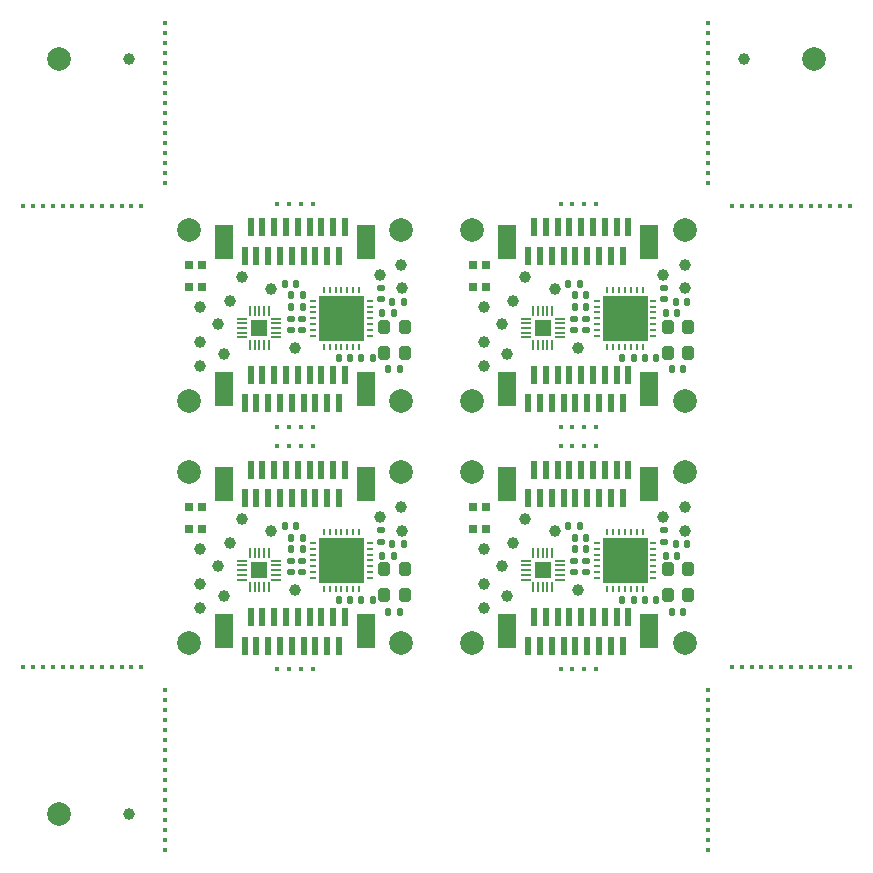
<source format=gbr>
%TF.GenerationSoftware,KiCad,Pcbnew,7.0.2-6a45011f42~172~ubuntu22.04.1*%
%TF.CreationDate,2023-05-08T22:23:16+01:00*%
%TF.ProjectId,panel,70616e65-6c2e-46b6-9963-61645f706362,rev?*%
%TF.SameCoordinates,Original*%
%TF.FileFunction,Soldermask,Top*%
%TF.FilePolarity,Negative*%
%FSLAX46Y46*%
G04 Gerber Fmt 4.6, Leading zero omitted, Abs format (unit mm)*
G04 Created by KiCad (PCBNEW 7.0.2-6a45011f42~172~ubuntu22.04.1) date 2023-05-08 22:23:16*
%MOMM*%
%LPD*%
G01*
G04 APERTURE LIST*
G04 Aperture macros list*
%AMRoundRect*
0 Rectangle with rounded corners*
0 $1 Rounding radius*
0 $2 $3 $4 $5 $6 $7 $8 $9 X,Y pos of 4 corners*
0 Add a 4 corners polygon primitive as box body*
4,1,4,$2,$3,$4,$5,$6,$7,$8,$9,$2,$3,0*
0 Add four circle primitives for the rounded corners*
1,1,$1+$1,$2,$3*
1,1,$1+$1,$4,$5*
1,1,$1+$1,$6,$7*
1,1,$1+$1,$8,$9*
0 Add four rect primitives between the rounded corners*
20,1,$1+$1,$2,$3,$4,$5,0*
20,1,$1+$1,$4,$5,$6,$7,0*
20,1,$1+$1,$6,$7,$8,$9,0*
20,1,$1+$1,$8,$9,$2,$3,0*%
G04 Aperture macros list end*
%ADD10C,0.100000*%
%ADD11C,1.000000*%
%ADD12RoundRect,0.140000X-0.140000X-0.170000X0.140000X-0.170000X0.140000X0.170000X-0.140000X0.170000X0*%
%ADD13C,0.400000*%
%ADD14R,0.500000X1.600000*%
%ADD15R,1.500000X2.900000*%
%ADD16RoundRect,0.140000X0.170000X-0.140000X0.170000X0.140000X-0.170000X0.140000X-0.170000X-0.140000X0*%
%ADD17C,2.000000*%
%ADD18RoundRect,0.140000X0.140000X0.170000X-0.140000X0.170000X-0.140000X-0.170000X0.140000X-0.170000X0*%
%ADD19RoundRect,0.140000X-0.170000X0.140000X-0.170000X-0.140000X0.170000X-0.140000X0.170000X0.140000X0*%
%ADD20R,0.700000X0.700000*%
%ADD21RoundRect,0.050000X0.375000X0.050000X-0.375000X0.050000X-0.375000X-0.050000X0.375000X-0.050000X0*%
%ADD22RoundRect,0.050000X0.050000X0.375000X-0.050000X0.375000X-0.050000X-0.375000X0.050000X-0.375000X0*%
%ADD23R,1.400000X1.400000*%
%ADD24R,0.250000X0.600000*%
%ADD25R,0.600000X0.250000*%
%ADD26RoundRect,0.237500X0.237500X0.362500X-0.237500X0.362500X-0.237500X-0.362500X0.237500X-0.362500X0*%
%ADD27RoundRect,0.237500X-0.237500X0.362500X-0.237500X-0.362500X0.237500X-0.362500X0.237500X0.362500X0*%
G04 APERTURE END LIST*
%TO.C,U1*%
D10*
X28813500Y-26862900D02*
X25086500Y-26862900D01*
X25086500Y-23136500D01*
X28813500Y-23136500D01*
X28813500Y-26862900D01*
G36*
X28813500Y-26862900D02*
G01*
X25086500Y-26862900D01*
X25086500Y-23136500D01*
X28813500Y-23136500D01*
X28813500Y-26862900D01*
G37*
X52813501Y-47362901D02*
X49086501Y-47362901D01*
X49086501Y-43636501D01*
X52813501Y-43636501D01*
X52813501Y-47362901D01*
G36*
X52813501Y-47362901D02*
G01*
X49086501Y-47362901D01*
X49086501Y-43636501D01*
X52813501Y-43636501D01*
X52813501Y-47362901D01*
G37*
X28813500Y-47362901D02*
X25086500Y-47362901D01*
X25086500Y-43636501D01*
X28813500Y-43636501D01*
X28813500Y-47362901D01*
G36*
X28813500Y-47362901D02*
G01*
X25086500Y-47362901D01*
X25086500Y-43636501D01*
X28813500Y-43636501D01*
X28813500Y-47362901D01*
G37*
X52813501Y-26862900D02*
X49086501Y-26862900D01*
X49086501Y-23136500D01*
X52813501Y-23136500D01*
X52813501Y-26862900D01*
G36*
X52813501Y-26862900D02*
G01*
X49086501Y-26862900D01*
X49086501Y-23136500D01*
X52813501Y-23136500D01*
X52813501Y-26862900D01*
G37*
%TD*%
D11*
%TO.C,TP9*%
X40500002Y-46000000D03*
%TD*%
D12*
%TO.C,R1*%
X22150000Y-22070000D03*
X23110000Y-22070000D03*
%TD*%
D13*
%TO.C,REF\u002A\u002A*%
X60000001Y-54500001D03*
%TD*%
%TO.C,REF\u002A\u002A*%
X6666666Y-54500001D03*
%TD*%
D14*
%TO.C,J2*%
X51250001Y-17300000D03*
X50750001Y-19700000D03*
X50250001Y-17300000D03*
X49750001Y-19700000D03*
X49250001Y-17300000D03*
X48750001Y-19700000D03*
X48250001Y-17300000D03*
X47750001Y-19700000D03*
X47250001Y-17300000D03*
X46750001Y-19700000D03*
X46250001Y-17300000D03*
X45750001Y-19700000D03*
X45250001Y-17300000D03*
X44750001Y-19700000D03*
X44250001Y-17300000D03*
X43750001Y-19700000D03*
X43250001Y-17300000D03*
X42750001Y-19700000D03*
D15*
X53000001Y-18500000D03*
X41000001Y-18500000D03*
%TD*%
D13*
%TO.C,REF\u002A\u002A*%
X58000001Y-67468750D03*
%TD*%
%TO.C,REF\u002A\u002A*%
X45500000Y-15300000D03*
%TD*%
%TO.C,REF\u002A\u002A*%
X22500000Y-35800000D03*
%TD*%
%TO.C,REF\u002A\u002A*%
X65833333Y-15499999D03*
%TD*%
D14*
%TO.C,J1*%
X18750000Y-52700001D03*
X19250000Y-50300001D03*
X19750000Y-52700001D03*
X20250000Y-50300001D03*
X20750000Y-52700001D03*
X21250000Y-50300001D03*
X21750000Y-52700001D03*
X22250000Y-50300001D03*
X22750000Y-52700001D03*
X23250000Y-50300001D03*
X23750000Y-52700001D03*
X24250000Y-50300001D03*
X24750000Y-52700001D03*
X25250000Y-50300001D03*
X25750000Y-52700001D03*
X26250000Y-50300001D03*
X26750000Y-52700001D03*
X27250000Y-50300001D03*
D15*
X17000000Y-51500001D03*
X29000000Y-51500001D03*
%TD*%
D13*
%TO.C,REF\u002A\u002A*%
X11999999Y-60718750D03*
%TD*%
%TO.C,REF\u002A\u002A*%
X8333333Y-54500001D03*
%TD*%
D14*
%TO.C,J2*%
X27250000Y-37800001D03*
X26750000Y-40200001D03*
X26250000Y-37800001D03*
X25750000Y-40200001D03*
X25250000Y-37800001D03*
X24750000Y-40200001D03*
X24250000Y-37800001D03*
X23750000Y-40200001D03*
X23250000Y-37800001D03*
X22750000Y-40200001D03*
X22250000Y-37800001D03*
X21750000Y-40200001D03*
X21250000Y-37800001D03*
X20750000Y-40200001D03*
X20250000Y-37800001D03*
X19750000Y-40200001D03*
X19250000Y-37800001D03*
X18750000Y-40200001D03*
D15*
X29000000Y-39000001D03*
X17000000Y-39000001D03*
%TD*%
D12*
%TO.C,C4*%
X46700001Y-43560001D03*
X47660001Y-43560001D03*
%TD*%
D11*
%TO.C,TP10*%
X39000001Y-29000000D03*
%TD*%
D12*
%TO.C,C6*%
X31250000Y-44100001D03*
X32210000Y-44100001D03*
%TD*%
D11*
%TO.C,TP4*%
X42500001Y-21500000D03*
%TD*%
D13*
%TO.C,REF\u002A\u002A*%
X58000001Y-10125000D03*
%TD*%
D11*
%TO.C,TP5*%
X44990001Y-42980001D03*
%TD*%
D13*
%TO.C,REF\u002A\u002A*%
X3333333Y-15499999D03*
%TD*%
%TO.C,REF\u002A\u002A*%
X7500000Y-54500001D03*
%TD*%
%TO.C,REF\u002A\u002A*%
X58000001Y-4218750D03*
%TD*%
%TO.C,REF\u002A\u002A*%
X58000001Y-7593750D03*
%TD*%
%TO.C,REF\u002A\u002A*%
X69166666Y-54500001D03*
%TD*%
%TO.C,REF\u002A\u002A*%
X11999999Y-1687500D03*
%TD*%
%TO.C,REF\u002A\u002A*%
X11999999Y-13499999D03*
%TD*%
%TO.C,REF\u002A\u002A*%
X58000001Y-12656250D03*
%TD*%
D16*
%TO.C,C7*%
X46650001Y-26000000D03*
X46650001Y-25040000D03*
%TD*%
D13*
%TO.C,REF\u002A\u002A*%
X11999999Y-9281250D03*
%TD*%
D17*
%TO.C,I2*%
X56000001Y-32000000D03*
%TD*%
D13*
%TO.C,REF\u002A\u002A*%
X63333334Y-15499999D03*
%TD*%
%TO.C,REF\u002A\u002A*%
X58000001Y-64937500D03*
%TD*%
D16*
%TO.C,C7*%
X22650000Y-46500001D03*
X22650000Y-45540001D03*
%TD*%
D11*
%TO.C,TP10*%
X15000000Y-49500001D03*
%TD*%
D13*
%TO.C,REF\u002A\u002A*%
X58000001Y-59875000D03*
%TD*%
%TO.C,REF\u002A\u002A*%
X11999999Y-59875000D03*
%TD*%
D11*
%TO.C,TP12*%
X17500000Y-23500000D03*
%TD*%
D13*
%TO.C,REF\u002A\u002A*%
X58000001Y-65781250D03*
%TD*%
D18*
%TO.C,R4*%
X27680000Y-28320000D03*
X26720000Y-28320000D03*
%TD*%
D13*
%TO.C,REF\u002A\u002A*%
X68333333Y-15499999D03*
%TD*%
%TO.C,REF\u002A\u002A*%
X58000001Y-2531250D03*
%TD*%
%TO.C,REF\u002A\u002A*%
X58000001Y-10968750D03*
%TD*%
D12*
%TO.C,C2*%
X30910000Y-49830001D03*
X31870000Y-49830001D03*
%TD*%
D13*
%TO.C,REF\u002A\u002A*%
X61666667Y-15499999D03*
%TD*%
D18*
%TO.C,C8*%
X53590001Y-48820001D03*
X52630001Y-48820001D03*
%TD*%
D13*
%TO.C,REF\u002A\u002A*%
X11999999Y-5906250D03*
%TD*%
D11*
%TO.C,TP1*%
X23000000Y-27500000D03*
%TD*%
D19*
%TO.C,C3*%
X47630001Y-25050000D03*
X47630001Y-26010000D03*
%TD*%
D13*
%TO.C,REF\u002A\u002A*%
X5833333Y-15499999D03*
%TD*%
%TO.C,REF\u002A\u002A*%
X58000001Y-58187500D03*
%TD*%
%TO.C,REF\u002A\u002A*%
X64166667Y-54500001D03*
%TD*%
%TO.C,REF\u002A\u002A*%
X11999999Y-59031250D03*
%TD*%
%TO.C,REF\u002A\u002A*%
X58000001Y-64093750D03*
%TD*%
D18*
%TO.C,R4*%
X51680001Y-28320000D03*
X50720001Y-28320000D03*
%TD*%
D13*
%TO.C,REF\u002A\u002A*%
X46500000Y-54700001D03*
%TD*%
D11*
%TO.C,TP10*%
X15000000Y-29000000D03*
%TD*%
D13*
%TO.C,REF\u002A\u002A*%
X11999999Y-843750D03*
%TD*%
D12*
%TO.C,C4*%
X22700000Y-43560001D03*
X23660000Y-43560001D03*
%TD*%
D11*
%TO.C,TP12*%
X41500001Y-44000001D03*
%TD*%
D13*
%TO.C,REF\u002A\u002A*%
X58000001Y-5062500D03*
%TD*%
%TO.C,REF\u002A\u002A*%
X0Y-54500001D03*
%TD*%
D16*
%TO.C,C7*%
X46650001Y-46500001D03*
X46650001Y-45540001D03*
%TD*%
D13*
%TO.C,REF\u002A\u002A*%
X70000000Y-15499999D03*
%TD*%
D11*
%TO.C,TP9*%
X16500001Y-25499999D03*
%TD*%
D13*
%TO.C,REF\u002A\u002A*%
X58000001Y-70000000D03*
%TD*%
%TO.C,REF\u002A\u002A*%
X47500000Y-15300000D03*
%TD*%
D11*
%TO.C,TP6*%
X54200001Y-41790001D03*
%TD*%
D13*
%TO.C,REF\u002A\u002A*%
X65000000Y-54500001D03*
%TD*%
D11*
%TO.C,TP6*%
X30200000Y-21290000D03*
%TD*%
D19*
%TO.C,C3*%
X23630000Y-25050000D03*
X23630000Y-26010000D03*
%TD*%
D13*
%TO.C,REF\u002A\u002A*%
X62500000Y-54500001D03*
%TD*%
%TO.C,REF\u002A\u002A*%
X21500000Y-35800000D03*
%TD*%
D12*
%TO.C,C6*%
X55250001Y-44100001D03*
X56210001Y-44100001D03*
%TD*%
D13*
%TO.C,REF\u002A\u002A*%
X67500000Y-15499999D03*
%TD*%
%TO.C,REF\u002A\u002A*%
X58000001Y-8437500D03*
%TD*%
%TO.C,REF\u002A\u002A*%
X11999999Y-2531250D03*
%TD*%
%TO.C,REF\u002A\u002A*%
X24499999Y-35800000D03*
%TD*%
D17*
%TO.C,I1*%
X38000001Y-52500001D03*
%TD*%
D11*
%TO.C,TP1*%
X23000000Y-48000001D03*
%TD*%
D13*
%TO.C,REF\u002A\u002A*%
X70000000Y-54500001D03*
%TD*%
D11*
%TO.C,REF\u002A\u002A*%
X61000000Y-3000000D03*
%TD*%
%TO.C,TP2*%
X41000001Y-48500001D03*
%TD*%
D13*
%TO.C,REF\u002A\u002A*%
X47500000Y-35800000D03*
%TD*%
D12*
%TO.C,C2*%
X54910001Y-29330000D03*
X55870001Y-29330000D03*
%TD*%
D13*
%TO.C,REF\u002A\u002A*%
X66666667Y-15499999D03*
%TD*%
%TO.C,REF\u002A\u002A*%
X58000001Y-11812500D03*
%TD*%
D11*
%TO.C,TP10*%
X39000001Y-49500001D03*
%TD*%
%TO.C,TP7*%
X39000002Y-44500001D03*
%TD*%
D20*
%TO.C,LED1*%
X39150001Y-20485000D03*
X38050001Y-20485000D03*
X38050001Y-22315000D03*
X39150001Y-22315000D03*
%TD*%
D11*
%TO.C,TP4*%
X18500000Y-42000001D03*
%TD*%
D13*
%TO.C,REF\u002A\u002A*%
X11999999Y-70000000D03*
%TD*%
D12*
%TO.C,C2*%
X30910000Y-29330000D03*
X31870000Y-29330000D03*
%TD*%
D21*
%TO.C,U2*%
X45440001Y-47120001D03*
X45440001Y-46720001D03*
X45440001Y-46320001D03*
X45440001Y-45920001D03*
X45440001Y-45520001D03*
D22*
X44790001Y-44870001D03*
X44390001Y-44870001D03*
X43990001Y-44870001D03*
X43590001Y-44870001D03*
X43190001Y-44870001D03*
D21*
X42540001Y-45520001D03*
X42540001Y-45920001D03*
X42540001Y-46320001D03*
X42540001Y-46720001D03*
X42540001Y-47120001D03*
D22*
X43190001Y-47770001D03*
X43590001Y-47770001D03*
X43990001Y-47770001D03*
X44390001Y-47770001D03*
X44790001Y-47770001D03*
D23*
X43990001Y-46320001D03*
%TD*%
D13*
%TO.C,REF\u002A\u002A*%
X58000001Y-6750000D03*
%TD*%
D12*
%TO.C,R1*%
X46150001Y-42570001D03*
X47110001Y-42570001D03*
%TD*%
%TO.C,R2*%
X46700001Y-44540001D03*
X47660001Y-44540001D03*
%TD*%
D13*
%TO.C,REF\u002A\u002A*%
X21500000Y-34200000D03*
%TD*%
%TO.C,REF\u002A\u002A*%
X5833333Y-54500001D03*
%TD*%
D11*
%TO.C,TP1*%
X47000001Y-48000001D03*
%TD*%
D17*
%TO.C,I2*%
X32000000Y-32000000D03*
%TD*%
D13*
%TO.C,REF\u002A\u002A*%
X5000000Y-15499999D03*
%TD*%
%TO.C,REF\u002A\u002A*%
X21500000Y-15300000D03*
%TD*%
D11*
%TO.C,TP12*%
X41500001Y-23500000D03*
%TD*%
%TO.C,TP11*%
X32000000Y-41000001D03*
%TD*%
D13*
%TO.C,REF\u002A\u002A*%
X23499999Y-34200000D03*
%TD*%
D11*
%TO.C,TP11*%
X56000001Y-20500000D03*
%TD*%
D14*
%TO.C,J1*%
X18750000Y-32200000D03*
X19250000Y-29800000D03*
X19750000Y-32200000D03*
X20250000Y-29800000D03*
X20750000Y-32200000D03*
X21250000Y-29800000D03*
X21750000Y-32200000D03*
X22250000Y-29800000D03*
X22750000Y-32200000D03*
X23250000Y-29800000D03*
X23750000Y-32200000D03*
X24250000Y-29800000D03*
X24750000Y-32200000D03*
X25250000Y-29800000D03*
X25750000Y-32200000D03*
X26250000Y-29800000D03*
X26750000Y-32200000D03*
X27250000Y-29800000D03*
D15*
X17000000Y-31000000D03*
X29000000Y-31000000D03*
%TD*%
D13*
%TO.C,REF\u002A\u002A*%
X11999999Y-5062500D03*
%TD*%
%TO.C,REF\u002A\u002A*%
X11999999Y-12656250D03*
%TD*%
D12*
%TO.C,R2*%
X22700000Y-24040000D03*
X23660000Y-24040000D03*
%TD*%
D13*
%TO.C,REF\u002A\u002A*%
X11999999Y-8437500D03*
%TD*%
D20*
%TO.C,LED1*%
X15150000Y-40985001D03*
X14050000Y-40985001D03*
X14050000Y-42815001D03*
X15150000Y-42815001D03*
%TD*%
D13*
%TO.C,REF\u002A\u002A*%
X69166666Y-15499999D03*
%TD*%
D11*
%TO.C,TP9*%
X40500002Y-25499999D03*
%TD*%
D17*
%TO.C,I4*%
X14000000Y-17500000D03*
%TD*%
D11*
%TO.C,REF\u002A\u002A*%
X9000000Y-3000000D03*
%TD*%
D13*
%TO.C,REF\u002A\u002A*%
X7500000Y-15499999D03*
%TD*%
D11*
%TO.C,TP5*%
X20990000Y-22480000D03*
%TD*%
D13*
%TO.C,REF\u002A\u002A*%
X11999999Y-57343750D03*
%TD*%
%TO.C,REF\u002A\u002A*%
X2500000Y-15499999D03*
%TD*%
%TO.C,REF\u002A\u002A*%
X11999999Y-65781250D03*
%TD*%
%TO.C,REF\u002A\u002A*%
X68333333Y-54500001D03*
%TD*%
D11*
%TO.C,REF\u002A\u002A*%
X9000000Y-67000000D03*
%TD*%
D13*
%TO.C,REF\u002A\u002A*%
X22500000Y-54700001D03*
%TD*%
D17*
%TO.C,I2*%
X32000000Y-52500001D03*
%TD*%
D11*
%TO.C,TP6*%
X30200000Y-41790001D03*
%TD*%
D13*
%TO.C,REF\u002A\u002A*%
X23499999Y-15300000D03*
%TD*%
%TO.C,REF\u002A\u002A*%
X48500000Y-15300000D03*
%TD*%
%TO.C,REF\u002A\u002A*%
X58000001Y-3375000D03*
%TD*%
%TO.C,REF\u002A\u002A*%
X58000001Y-66625000D03*
%TD*%
%TO.C,REF\u002A\u002A*%
X8333333Y-15499999D03*
%TD*%
%TO.C,REF\u002A\u002A*%
X45500000Y-54700001D03*
%TD*%
%TO.C,REF\u002A\u002A*%
X11999999Y-11812500D03*
%TD*%
D14*
%TO.C,J1*%
X42750001Y-52700001D03*
X43250001Y-50300001D03*
X43750001Y-52700001D03*
X44250001Y-50300001D03*
X44750001Y-52700001D03*
X45250001Y-50300001D03*
X45750001Y-52700001D03*
X46250001Y-50300001D03*
X46750001Y-52700001D03*
X47250001Y-50300001D03*
X47750001Y-52700001D03*
X48250001Y-50300001D03*
X48750001Y-52700001D03*
X49250001Y-50300001D03*
X49750001Y-52700001D03*
X50250001Y-50300001D03*
X50750001Y-52700001D03*
X51250001Y-50300001D03*
D15*
X41000001Y-51500001D03*
X53000001Y-51500001D03*
%TD*%
D21*
%TO.C,U2*%
X45440001Y-26620000D03*
X45440001Y-26220000D03*
X45440001Y-25820000D03*
X45440001Y-25420000D03*
X45440001Y-25020000D03*
D22*
X44790001Y-24370000D03*
X44390001Y-24370000D03*
X43990001Y-24370000D03*
X43590001Y-24370000D03*
X43190001Y-24370000D03*
D21*
X42540001Y-25020000D03*
X42540001Y-25420000D03*
X42540001Y-25820000D03*
X42540001Y-26220000D03*
X42540001Y-26620000D03*
D22*
X43190001Y-27270000D03*
X43590001Y-27270000D03*
X43990001Y-27270000D03*
X44390001Y-27270000D03*
X44790001Y-27270000D03*
D23*
X43990001Y-25820000D03*
%TD*%
D24*
%TO.C,U1*%
X28450000Y-22600000D03*
X27950001Y-22600000D03*
X27449999Y-22600000D03*
X26950000Y-22600000D03*
X26450001Y-22600000D03*
X25949999Y-22600000D03*
X25450000Y-22600000D03*
D25*
X24550000Y-23500000D03*
X24550000Y-23999999D03*
X24550000Y-24500001D03*
X24550000Y-25000000D03*
X24550000Y-25499999D03*
X24550000Y-26000001D03*
X24550000Y-26500000D03*
D24*
X25450000Y-27400000D03*
X25949999Y-27400000D03*
X26450001Y-27400000D03*
X26950000Y-27400000D03*
X27449999Y-27400000D03*
X27950001Y-27400000D03*
X28450000Y-27400000D03*
D25*
X29350000Y-26500000D03*
X29350000Y-26000001D03*
X29350000Y-25499999D03*
X29350000Y-25000000D03*
X29350000Y-24500001D03*
X29350000Y-23999999D03*
X29350000Y-23500000D03*
%TD*%
D17*
%TO.C,I2*%
X56000001Y-52500001D03*
%TD*%
D19*
%TO.C,C5*%
X30300000Y-22440000D03*
X30300000Y-23400000D03*
%TD*%
D18*
%TO.C,C1*%
X31370000Y-45080001D03*
X30410000Y-45080001D03*
%TD*%
D17*
%TO.C,I4*%
X38000001Y-38000001D03*
%TD*%
D13*
%TO.C,REF\u002A\u002A*%
X11999999Y-61562500D03*
%TD*%
%TO.C,REF\u002A\u002A*%
X9999999Y-15499999D03*
%TD*%
%TO.C,REF\u002A\u002A*%
X24499999Y-15300000D03*
%TD*%
%TO.C,REF\u002A\u002A*%
X1666667Y-15499999D03*
%TD*%
D11*
%TO.C,TP3*%
X39000001Y-47500001D03*
%TD*%
D13*
%TO.C,REF\u002A\u002A*%
X66666667Y-54500001D03*
%TD*%
%TO.C,REF\u002A\u002A*%
X60833334Y-15499999D03*
%TD*%
%TO.C,REF\u002A\u002A*%
X46500000Y-35800000D03*
%TD*%
%TO.C,REF\u002A\u002A*%
X9166666Y-15499999D03*
%TD*%
%TO.C,REF\u002A\u002A*%
X11999999Y0D03*
%TD*%
%TO.C,REF\u002A\u002A*%
X58000001Y-60718750D03*
%TD*%
%TO.C,REF\u002A\u002A*%
X23499999Y-35800000D03*
%TD*%
%TO.C,REF\u002A\u002A*%
X48500000Y-54700001D03*
%TD*%
D11*
%TO.C,TP4*%
X18500000Y-21500000D03*
%TD*%
%TO.C,TP11*%
X32000000Y-20500000D03*
%TD*%
D13*
%TO.C,REF\u002A\u002A*%
X62500000Y-15499999D03*
%TD*%
%TO.C,REF\u002A\u002A*%
X60833334Y-54500001D03*
%TD*%
D18*
%TO.C,C8*%
X29590000Y-28320000D03*
X28630000Y-28320000D03*
%TD*%
D21*
%TO.C,U2*%
X21440000Y-26620000D03*
X21440000Y-26220000D03*
X21440000Y-25820000D03*
X21440000Y-25420000D03*
X21440000Y-25020000D03*
D22*
X20790000Y-24370000D03*
X20390000Y-24370000D03*
X19990000Y-24370000D03*
X19590000Y-24370000D03*
X19190000Y-24370000D03*
D21*
X18540000Y-25020000D03*
X18540000Y-25420000D03*
X18540000Y-25820000D03*
X18540000Y-26220000D03*
X18540000Y-26620000D03*
D22*
X19190000Y-27270000D03*
X19590000Y-27270000D03*
X19990000Y-27270000D03*
X20390000Y-27270000D03*
X20790000Y-27270000D03*
D23*
X19990000Y-25820000D03*
%TD*%
D13*
%TO.C,REF\u002A\u002A*%
X833334Y-15499999D03*
%TD*%
D18*
%TO.C,C8*%
X29590000Y-48820001D03*
X28630000Y-48820001D03*
%TD*%
D11*
%TO.C,TP1*%
X47000001Y-27500000D03*
%TD*%
D13*
%TO.C,REF\u002A\u002A*%
X58000001Y0D03*
%TD*%
D12*
%TO.C,R1*%
X22150000Y-42570001D03*
X23110000Y-42570001D03*
%TD*%
D11*
%TO.C,TP2*%
X17000000Y-48500001D03*
%TD*%
D13*
%TO.C,REF\u002A\u002A*%
X23499999Y-54700001D03*
%TD*%
D26*
%TO.C,XTAL1*%
X32305000Y-48460001D03*
X32305000Y-46260001D03*
X30555000Y-46260001D03*
D27*
X30555000Y-48460001D03*
%TD*%
D13*
%TO.C,REF\u002A\u002A*%
X11999999Y-10968750D03*
%TD*%
%TO.C,REF\u002A\u002A*%
X58000001Y-5906250D03*
%TD*%
%TO.C,REF\u002A\u002A*%
X65000000Y-15499999D03*
%TD*%
%TO.C,REF\u002A\u002A*%
X22500000Y-15300000D03*
%TD*%
D11*
%TO.C,TP3*%
X15000000Y-27000000D03*
%TD*%
D13*
%TO.C,REF\u002A\u002A*%
X22500000Y-34200000D03*
%TD*%
%TO.C,REF\u002A\u002A*%
X58000001Y-61562500D03*
%TD*%
%TO.C,REF\u002A\u002A*%
X64166667Y-15499999D03*
%TD*%
D26*
%TO.C,XTAL1*%
X56305001Y-48460001D03*
X56305001Y-46260001D03*
X54555001Y-46260001D03*
D27*
X54555001Y-48460001D03*
%TD*%
D13*
%TO.C,REF\u002A\u002A*%
X11999999Y-4218750D03*
%TD*%
D14*
%TO.C,J2*%
X27250000Y-17300000D03*
X26750000Y-19700000D03*
X26250000Y-17300000D03*
X25750000Y-19700000D03*
X25250000Y-17300000D03*
X24750000Y-19700000D03*
X24250000Y-17300000D03*
X23750000Y-19700000D03*
X23250000Y-17300000D03*
X22750000Y-19700000D03*
X22250000Y-17300000D03*
X21750000Y-19700000D03*
X21250000Y-17300000D03*
X20750000Y-19700000D03*
X20250000Y-17300000D03*
X19750000Y-19700000D03*
X19250000Y-17300000D03*
X18750000Y-19700000D03*
D15*
X29000000Y-18500000D03*
X17000000Y-18500000D03*
%TD*%
D11*
%TO.C,TP7*%
X39000002Y-24000000D03*
%TD*%
D13*
%TO.C,REF\u002A\u002A*%
X11999999Y-10125000D03*
%TD*%
%TO.C,REF\u002A\u002A*%
X11999999Y-67468750D03*
%TD*%
D24*
%TO.C,U1*%
X52450001Y-43100001D03*
X51950002Y-43100001D03*
X51450000Y-43100001D03*
X50950001Y-43100001D03*
X50450002Y-43100001D03*
X49950000Y-43100001D03*
X49450001Y-43100001D03*
D25*
X48550001Y-44000001D03*
X48550001Y-44500000D03*
X48550001Y-45000002D03*
X48550001Y-45500001D03*
X48550001Y-46000000D03*
X48550001Y-46500002D03*
X48550001Y-47000001D03*
D24*
X49450001Y-47900001D03*
X49950000Y-47900001D03*
X50450002Y-47900001D03*
X50950001Y-47900001D03*
X51450000Y-47900001D03*
X51950002Y-47900001D03*
X52450001Y-47900001D03*
D25*
X53350001Y-47000001D03*
X53350001Y-46500002D03*
X53350001Y-46000000D03*
X53350001Y-45500001D03*
X53350001Y-45000002D03*
X53350001Y-44500000D03*
X53350001Y-44000001D03*
%TD*%
D13*
%TO.C,REF\u002A\u002A*%
X58000001Y-57343750D03*
%TD*%
D11*
%TO.C,TP11*%
X56000001Y-41000001D03*
%TD*%
D13*
%TO.C,REF\u002A\u002A*%
X833334Y-54500001D03*
%TD*%
%TO.C,REF\u002A\u002A*%
X58000001Y-843750D03*
%TD*%
D12*
%TO.C,C6*%
X55250001Y-23600000D03*
X56210001Y-23600000D03*
%TD*%
D13*
%TO.C,REF\u002A\u002A*%
X2500000Y-54500001D03*
%TD*%
%TO.C,REF\u002A\u002A*%
X11999999Y-66625000D03*
%TD*%
D24*
%TO.C,U1*%
X28450000Y-43100001D03*
X27950001Y-43100001D03*
X27449999Y-43100001D03*
X26950000Y-43100001D03*
X26450001Y-43100001D03*
X25949999Y-43100001D03*
X25450000Y-43100001D03*
D25*
X24550000Y-44000001D03*
X24550000Y-44500000D03*
X24550000Y-45000002D03*
X24550000Y-45500001D03*
X24550000Y-46000000D03*
X24550000Y-46500002D03*
X24550000Y-47000001D03*
D24*
X25450000Y-47900001D03*
X25949999Y-47900001D03*
X26450001Y-47900001D03*
X26950000Y-47900001D03*
X27449999Y-47900001D03*
X27950001Y-47900001D03*
X28450000Y-47900001D03*
D25*
X29350000Y-47000001D03*
X29350000Y-46500002D03*
X29350000Y-46000000D03*
X29350000Y-45500001D03*
X29350000Y-45000002D03*
X29350000Y-44500000D03*
X29350000Y-44000001D03*
%TD*%
D12*
%TO.C,C4*%
X22700000Y-23060000D03*
X23660000Y-23060000D03*
%TD*%
D17*
%TO.C,REF\u002A\u002A*%
X67000000Y-3000000D03*
%TD*%
D19*
%TO.C,C5*%
X54300001Y-22440000D03*
X54300001Y-23400000D03*
%TD*%
D13*
%TO.C,REF\u002A\u002A*%
X11999999Y-68312500D03*
%TD*%
D17*
%TO.C,I1*%
X38000001Y-32000000D03*
%TD*%
D13*
%TO.C,REF\u002A\u002A*%
X58000001Y-59031250D03*
%TD*%
D17*
%TO.C,I3*%
X32000000Y-17500000D03*
%TD*%
D13*
%TO.C,REF\u002A\u002A*%
X47500000Y-54700001D03*
%TD*%
%TO.C,REF\u002A\u002A*%
X45500000Y-35800000D03*
%TD*%
%TO.C,REF\u002A\u002A*%
X9999999Y-54500001D03*
%TD*%
D11*
%TO.C,TP8*%
X32070000Y-22470000D03*
%TD*%
D13*
%TO.C,REF\u002A\u002A*%
X11999999Y-62406250D03*
%TD*%
D20*
%TO.C,LED1*%
X15150000Y-20485000D03*
X14050000Y-20485000D03*
X14050000Y-22315000D03*
X15150000Y-22315000D03*
%TD*%
D13*
%TO.C,REF\u002A\u002A*%
X4166667Y-15499999D03*
%TD*%
D18*
%TO.C,R4*%
X27680000Y-48820001D03*
X26720000Y-48820001D03*
%TD*%
D11*
%TO.C,TP3*%
X15000000Y-47500001D03*
%TD*%
D19*
%TO.C,C3*%
X47630001Y-45550001D03*
X47630001Y-46510001D03*
%TD*%
D20*
%TO.C,LED1*%
X39150001Y-40985001D03*
X38050001Y-40985001D03*
X38050001Y-42815001D03*
X39150001Y-42815001D03*
%TD*%
D17*
%TO.C,I4*%
X38000001Y-17500000D03*
%TD*%
D26*
%TO.C,XTAL1*%
X56305001Y-27960000D03*
X56305001Y-25760000D03*
X54555001Y-25760000D03*
D27*
X54555001Y-27960000D03*
%TD*%
D11*
%TO.C,TP7*%
X15000001Y-44500001D03*
%TD*%
D13*
%TO.C,REF\u002A\u002A*%
X24499999Y-54700001D03*
%TD*%
D17*
%TO.C,I1*%
X14000000Y-32000000D03*
%TD*%
D12*
%TO.C,R2*%
X22700000Y-44540001D03*
X23660000Y-44540001D03*
%TD*%
D13*
%TO.C,REF\u002A\u002A*%
X58000001Y-63250000D03*
%TD*%
D24*
%TO.C,U1*%
X52450001Y-22600000D03*
X51950002Y-22600000D03*
X51450000Y-22600000D03*
X50950001Y-22600000D03*
X50450002Y-22600000D03*
X49950000Y-22600000D03*
X49450001Y-22600000D03*
D25*
X48550001Y-23500000D03*
X48550001Y-23999999D03*
X48550001Y-24500001D03*
X48550001Y-25000000D03*
X48550001Y-25499999D03*
X48550001Y-26000001D03*
X48550001Y-26500000D03*
D24*
X49450001Y-27400000D03*
X49950000Y-27400000D03*
X50450002Y-27400000D03*
X50950001Y-27400000D03*
X51450000Y-27400000D03*
X51950002Y-27400000D03*
X52450001Y-27400000D03*
D25*
X53350001Y-26500000D03*
X53350001Y-26000001D03*
X53350001Y-25499999D03*
X53350001Y-25000000D03*
X53350001Y-24500001D03*
X53350001Y-23999999D03*
X53350001Y-23500000D03*
%TD*%
D13*
%TO.C,REF\u002A\u002A*%
X46500000Y-34200000D03*
%TD*%
D14*
%TO.C,J2*%
X51250001Y-37800001D03*
X50750001Y-40200001D03*
X50250001Y-37800001D03*
X49750001Y-40200001D03*
X49250001Y-37800001D03*
X48750001Y-40200001D03*
X48250001Y-37800001D03*
X47750001Y-40200001D03*
X47250001Y-37800001D03*
X46750001Y-40200001D03*
X46250001Y-37800001D03*
X45750001Y-40200001D03*
X45250001Y-37800001D03*
X44750001Y-40200001D03*
X44250001Y-37800001D03*
X43750001Y-40200001D03*
X43250001Y-37800001D03*
X42750001Y-40200001D03*
D15*
X53000001Y-39000001D03*
X41000001Y-39000001D03*
%TD*%
D19*
%TO.C,C5*%
X30300000Y-42940001D03*
X30300000Y-43900001D03*
%TD*%
D13*
%TO.C,REF\u002A\u002A*%
X11999999Y-64093750D03*
%TD*%
D11*
%TO.C,TP6*%
X54200001Y-21290000D03*
%TD*%
D14*
%TO.C,J1*%
X42750001Y-32200000D03*
X43250001Y-29800000D03*
X43750001Y-32200000D03*
X44250001Y-29800000D03*
X44750001Y-32200000D03*
X45250001Y-29800000D03*
X45750001Y-32200000D03*
X46250001Y-29800000D03*
X46750001Y-32200000D03*
X47250001Y-29800000D03*
X47750001Y-32200000D03*
X48250001Y-29800000D03*
X48750001Y-32200000D03*
X49250001Y-29800000D03*
X49750001Y-32200000D03*
X50250001Y-29800000D03*
X50750001Y-32200000D03*
X51250001Y-29800000D03*
D15*
X41000001Y-31000000D03*
X53000001Y-31000000D03*
%TD*%
D18*
%TO.C,C1*%
X55370001Y-24580000D03*
X54410001Y-24580000D03*
%TD*%
%TO.C,C1*%
X31370000Y-24580000D03*
X30410000Y-24580000D03*
%TD*%
D13*
%TO.C,REF\u002A\u002A*%
X11999999Y-7593750D03*
%TD*%
D18*
%TO.C,R4*%
X51680001Y-48820001D03*
X50720001Y-48820001D03*
%TD*%
D13*
%TO.C,REF\u002A\u002A*%
X47500000Y-34200000D03*
%TD*%
D11*
%TO.C,TP5*%
X20990000Y-42980001D03*
%TD*%
D13*
%TO.C,REF\u002A\u002A*%
X11999999Y-3375000D03*
%TD*%
D11*
%TO.C,TP3*%
X39000001Y-27000000D03*
%TD*%
%TO.C,TP8*%
X56070001Y-22470000D03*
%TD*%
D18*
%TO.C,C8*%
X53590001Y-28320000D03*
X52630001Y-28320000D03*
%TD*%
D11*
%TO.C,TP12*%
X17500000Y-44000001D03*
%TD*%
D17*
%TO.C,I4*%
X14000000Y-38000001D03*
%TD*%
D11*
%TO.C,TP8*%
X56070001Y-42970001D03*
%TD*%
D13*
%TO.C,REF\u002A\u002A*%
X45500000Y-34200000D03*
%TD*%
D12*
%TO.C,R2*%
X46700001Y-24040000D03*
X47660001Y-24040000D03*
%TD*%
%TO.C,C2*%
X54910001Y-49830001D03*
X55870001Y-49830001D03*
%TD*%
D26*
%TO.C,XTAL1*%
X32305000Y-27960000D03*
X32305000Y-25760000D03*
X30555000Y-25760000D03*
D27*
X30555000Y-27960000D03*
%TD*%
D13*
%TO.C,REF\u002A\u002A*%
X60000001Y-15499999D03*
%TD*%
%TO.C,REF\u002A\u002A*%
X21500000Y-54700001D03*
%TD*%
D12*
%TO.C,C4*%
X46700001Y-23060000D03*
X47660001Y-23060000D03*
%TD*%
D13*
%TO.C,REF\u002A\u002A*%
X5000000Y-54500001D03*
%TD*%
D16*
%TO.C,C7*%
X22650000Y-26000000D03*
X22650000Y-25040000D03*
%TD*%
D11*
%TO.C,TP9*%
X16500001Y-46000000D03*
%TD*%
D17*
%TO.C,I3*%
X56000001Y-38000001D03*
%TD*%
D13*
%TO.C,REF\u002A\u002A*%
X11999999Y-56500001D03*
%TD*%
%TO.C,REF\u002A\u002A*%
X61666667Y-54500001D03*
%TD*%
%TO.C,REF\u002A\u002A*%
X58000001Y-1687500D03*
%TD*%
%TO.C,REF\u002A\u002A*%
X11999999Y-58187500D03*
%TD*%
D19*
%TO.C,C5*%
X54300001Y-42940001D03*
X54300001Y-43900001D03*
%TD*%
D17*
%TO.C,I3*%
X56000001Y-17500000D03*
%TD*%
D11*
%TO.C,TP4*%
X42500001Y-42000001D03*
%TD*%
D13*
%TO.C,REF\u002A\u002A*%
X0Y-15499999D03*
%TD*%
%TO.C,REF\u002A\u002A*%
X58000001Y-68312500D03*
%TD*%
%TO.C,REF\u002A\u002A*%
X58000001Y-13499999D03*
%TD*%
D17*
%TO.C,REF\u002A\u002A*%
X3000000Y-3000000D03*
%TD*%
D13*
%TO.C,REF\u002A\u002A*%
X3333333Y-54500001D03*
%TD*%
%TO.C,REF\u002A\u002A*%
X11999999Y-69156250D03*
%TD*%
D17*
%TO.C,I3*%
X32000000Y-38000001D03*
%TD*%
D13*
%TO.C,REF\u002A\u002A*%
X58000001Y-62406250D03*
%TD*%
D12*
%TO.C,R1*%
X46150001Y-22070000D03*
X47110001Y-22070000D03*
%TD*%
D17*
%TO.C,I1*%
X14000000Y-52500001D03*
%TD*%
D11*
%TO.C,TP7*%
X15000001Y-24000000D03*
%TD*%
D19*
%TO.C,C3*%
X23630000Y-45550001D03*
X23630000Y-46510001D03*
%TD*%
D21*
%TO.C,U2*%
X21440000Y-47120001D03*
X21440000Y-46720001D03*
X21440000Y-46320001D03*
X21440000Y-45920001D03*
X21440000Y-45520001D03*
D22*
X20790000Y-44870001D03*
X20390000Y-44870001D03*
X19990000Y-44870001D03*
X19590000Y-44870001D03*
X19190000Y-44870001D03*
D21*
X18540000Y-45520001D03*
X18540000Y-45920001D03*
X18540000Y-46320001D03*
X18540000Y-46720001D03*
X18540000Y-47120001D03*
D22*
X19190000Y-47770001D03*
X19590000Y-47770001D03*
X19990000Y-47770001D03*
X20390000Y-47770001D03*
X20790000Y-47770001D03*
D23*
X19990000Y-46320001D03*
%TD*%
D13*
%TO.C,REF\u002A\u002A*%
X9166666Y-54500001D03*
%TD*%
%TO.C,REF\u002A\u002A*%
X48500000Y-35800000D03*
%TD*%
%TO.C,REF\u002A\u002A*%
X58000001Y-56500001D03*
%TD*%
%TO.C,REF\u002A\u002A*%
X48500000Y-34200000D03*
%TD*%
D11*
%TO.C,TP2*%
X41000001Y-28000000D03*
%TD*%
%TO.C,TP5*%
X44990001Y-22480000D03*
%TD*%
D18*
%TO.C,C1*%
X55370001Y-45080001D03*
X54410001Y-45080001D03*
%TD*%
D13*
%TO.C,REF\u002A\u002A*%
X24499999Y-34200000D03*
%TD*%
%TO.C,REF\u002A\u002A*%
X63333334Y-54500001D03*
%TD*%
%TO.C,REF\u002A\u002A*%
X11999999Y-63250000D03*
%TD*%
%TO.C,REF\u002A\u002A*%
X4166667Y-54500001D03*
%TD*%
D11*
%TO.C,TP2*%
X17000000Y-28000000D03*
%TD*%
D12*
%TO.C,C6*%
X31250000Y-23600000D03*
X32210000Y-23600000D03*
%TD*%
D13*
%TO.C,REF\u002A\u002A*%
X58000001Y-69156250D03*
%TD*%
%TO.C,REF\u002A\u002A*%
X65833333Y-54500001D03*
%TD*%
D17*
%TO.C,REF\u002A\u002A*%
X3000000Y-67000000D03*
%TD*%
D11*
%TO.C,TP8*%
X32070000Y-42970001D03*
%TD*%
D13*
%TO.C,REF\u002A\u002A*%
X11999999Y-6750000D03*
%TD*%
%TO.C,REF\u002A\u002A*%
X1666667Y-54500001D03*
%TD*%
%TO.C,REF\u002A\u002A*%
X11999999Y-64937500D03*
%TD*%
%TO.C,REF\u002A\u002A*%
X46500000Y-15300000D03*
%TD*%
%TO.C,REF\u002A\u002A*%
X67500000Y-54500001D03*
%TD*%
%TO.C,REF\u002A\u002A*%
X58000001Y-9281250D03*
%TD*%
%TO.C,REF\u002A\u002A*%
X6666666Y-15499999D03*
%TD*%
M02*

</source>
